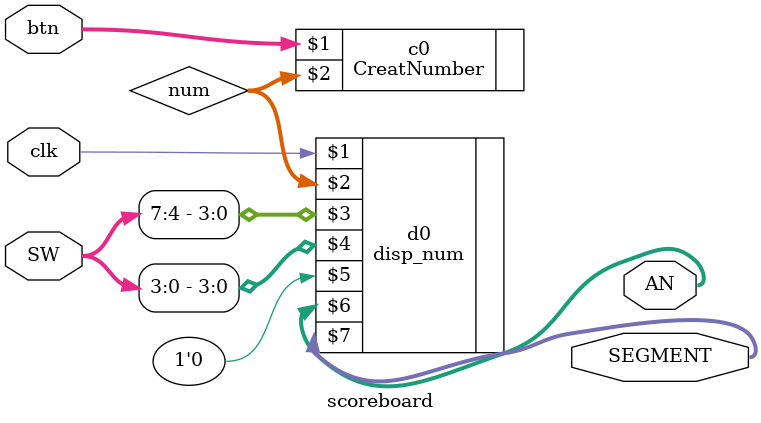
<source format=v>
`timescale 1ns / 1ps
module scoreboard(
			input wire clk,
			input wire [7:0] SW,
			input wire [3:0] btn,
			output wire[3:0] AN,
			output wire[7:0]SEGMENT
    );

			wire [15:0] num;
			
			CreatNumber c0(btn,num);
			
			disp_num d0(clk,num,SW[7:4],SW[3:0],1'b0,AN,SEGMENT);

endmodule

</source>
